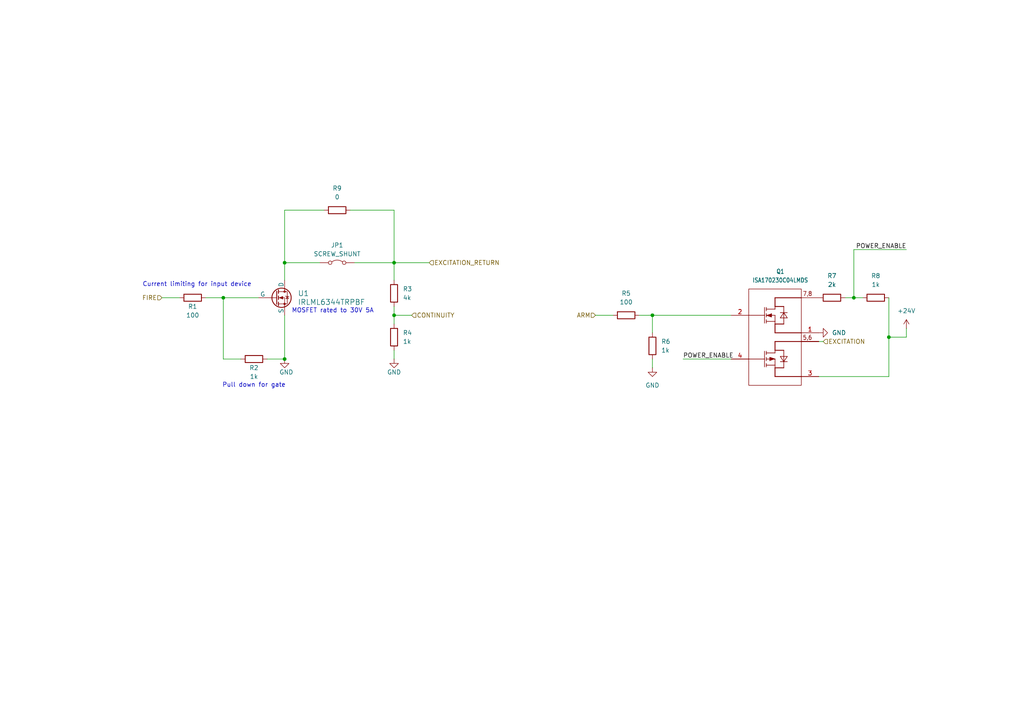
<source format=kicad_sch>
(kicad_sch (version 20250114) (generator "eeschema") (generator_version "9.0")
  (paper "A4")
  (lib_symbols
    (symbol "Device:R" (pin_numbers (hide yes)) (pin_names (offset 0))
      (property "Reference" "R" (at 2.032 0 90))
      (property "Value" "R" (at 0 0 90))
      (symbol "R_0_1"
        (rectangle (start -1.016 -2.54) (end 1.016 2.54) (stroke (width 0.254)))
      )
      (symbol "R_1_1"
        (pin passive line (at 0 3.81 270) (length 1.27) (name "~") (number "1"))
        (pin passive line (at 0 -3.81 90) (length 1.27) (name "~") (number "2"))
      )
    )
    (symbol "Jumper:Jumper_2_Bridged" (pin_numbers (hide yes)) (pin_names (offset 0) (hide yes))
      (property "Reference" "JP" (at 0 1.905 0))
      (property "Value" "Jumper_2_Bridged" (at 0 -2.54 0))
      (symbol "Jumper_2_Bridged_0_0"
        (circle (center -2.032 0) (radius 0.508))
        (circle (center 2.032 0) (radius 0.508))
      )
      (symbol "Jumper_2_Bridged_0_1"
        (arc (start -1.524 0.254) (mid 0 0.762) (end 1.524 0.254))
      )
      (symbol "Jumper_2_Bridged_1_1"
        (pin passive line (at -5.08 0 0) (length 2.54) (name "A") (number "1"))
        (pin passive line (at 5.08 0 180) (length 2.54) (name "B") (number "2"))
      )
    )
    (symbol "Simulation_SPICE:NMOS" (pin_numbers (hide yes)) (pin_names (offset 0))
      (property "Reference" "Q" (at 5.08 1.27 0))
      (property "Value" "NMOS" (at 5.08 -1.27 0))
      (symbol "NMOS_0_1"
        (polyline (pts (xy 0.254 1.905) (xy 0.254 -1.905)) (stroke (width 0.254)))
        (polyline (pts (xy 0.254 0) (xy -2.54 0)))
        (polyline (pts (xy 0.762 2.286) (xy 0.762 1.27)) (stroke (width 0.254)))
        (polyline (pts (xy 0.762 0.508) (xy 0.762 -0.508)) (stroke (width 0.254)))
        (polyline (pts (xy 0.762 -1.27) (xy 0.762 -2.286)) (stroke (width 0.254)))
        (polyline (pts (xy 0.762 -1.778) (xy 3.302 -1.778) (xy 3.302 1.778) (xy 0.762 1.778)))
        (polyline (pts (xy 1.016 0) (xy 2.032 0.381) (xy 2.032 -0.381) (xy 1.016 0)) (fill (type outline)))
        (circle (center 1.651 0) (radius 2.794) (stroke (width 0.254)))
        (polyline (pts (xy 2.54 2.54) (xy 2.54 1.778)))
        (circle (center 2.54 1.778) (radius 0.254) (fill (type outline)))
        (circle (center 2.54 -1.778) (radius 0.254) (fill (type outline)))
        (polyline (pts (xy 2.54 -2.54) (xy 2.54 0) (xy 0.762 0)))
        (polyline (pts (xy 2.794 0.508) (xy 2.921 0.381) (xy 3.683 0.381) (xy 3.81 0.254)))
        (polyline (pts (xy 3.302 0.381) (xy 2.921 -0.254) (xy 3.683 -0.254) (xy 3.302 0.381)))
      )
      (symbol "NMOS_1_1"
        (pin input line (at -5.08 0 0) (length 2.54) (name "G") (number "2"))
        (pin passive line (at 2.54 5.08 270) (length 2.54) (name "D") (number "1"))
        (pin passive line (at 2.54 -5.08 90) (length 2.54) (name "S") (number "3"))
      )
    )
    (symbol "avi_lib:ISA170230C04LMDS"
      (property "Reference" "Q?" (at 0 0.635 0))
      (property "Value" "ISA170230C04LMDS" (at 0 -29.845 0))
      (symbol "ISA170230C04LMDS_0_1"
        (rectangle (start 0 0) (end 15.24 -27.94))
      )
      (symbol "ISA170230C04LMDS_1_0"
        (polyline (pts (xy 4.572 -5.334) (xy 4.572 -7.62)) (stroke (width 0.1778)))
        (polyline (pts (xy 4.572 -7.62) (xy 0 -7.62)) (stroke (width 0.1778)))
        (polyline (pts (xy 4.572 -7.62) (xy 4.572 -9.906)) (stroke (width 0.1778)))
        (polyline (pts (xy 4.572 -18.034) (xy 4.572 -20.32)) (stroke (width 0.1778)))
        (polyline (pts (xy 4.572 -20.32) (xy 0 -20.32)) (stroke (width 0.1778)))
        (polyline (pts (xy 4.572 -20.32) (xy 4.572 -22.606)) (stroke (width 0.1778)))
        (polyline (pts (xy 5.08 -5.334) (xy 5.08 -5.842)) (stroke (width 0.1778)))
        (polyline (pts (xy 5.08 -5.842) (xy 5.08 -6.35)) (stroke (width 0.1778)))
        (polyline (pts (xy 5.08 -5.842) (xy 7.62 -5.842)) (stroke (width 0.1778)))
        (polyline (pts (xy 5.08 -7.112) (xy 5.08 -7.62)) (stroke (width 0.1778)))
        (polyline (pts (xy 5.08 -7.62) (xy 5.08 -8.128)) (stroke (width 0.1778)))
        (polyline (pts (xy 5.08 -7.62) (xy 7.62 -7.62)) (stroke (width 0.1778)))
        (polyline (pts (xy 5.08 -7.62) (xy 6.604 -8.128) (xy 6.604 -7.112)) (stroke (width 0.1778)) (fill (type outline)))
        (polyline (pts (xy 5.08 -8.89) (xy 5.08 -9.398)) (stroke (width 0.1778)))
        (polyline (pts (xy 5.08 -9.398) (xy 5.08 -9.906)) (stroke (width 0.1778)))
        (polyline (pts (xy 5.08 -9.398) (xy 7.62 -9.398)) (stroke (width 0.1778)))
        (polyline (pts (xy 5.08 -18.034) (xy 5.08 -18.542)) (stroke (width 0.1778)))
        (polyline (pts (xy 5.08 -18.542) (xy 5.08 -19.05)) (stroke (width 0.1778)))
        (polyline (pts (xy 5.08 -18.542) (xy 7.62 -18.542)) (stroke (width 0.1778)))
        (polyline (pts (xy 5.08 -19.812) (xy 5.08 -20.32)) (stroke (width 0.1778)))
        (polyline (pts (xy 5.08 -20.32) (xy 5.08 -20.828)) (stroke (width 0.1778)))
        (polyline (pts (xy 5.08 -20.32) (xy 7.62 -20.32)) (stroke (width 0.1778)))
        (polyline (pts (xy 5.08 -21.59) (xy 5.08 -22.098)) (stroke (width 0.1778)))
        (polyline (pts (xy 5.08 -22.098) (xy 5.08 -22.606)) (stroke (width 0.1778)))
        (polyline (pts (xy 5.08 -22.098) (xy 7.62 -22.098)) (stroke (width 0.1778)))
        (polyline (pts (xy 7.62 -2.54) (xy 15.24 -2.54)) (stroke (width 0.254)))
        (polyline (pts (xy 7.62 -5.08) (xy 7.62 -2.54)) (stroke (width 0.254)))
        (polyline (pts (xy 7.62 -5.08) (xy 10.16 -5.08)) (stroke (width 0.254)))
        (polyline (pts (xy 7.62 -5.842) (xy 7.62 -5.08)) (stroke (width 0.1778)))
        (polyline (pts (xy 7.62 -7.62) (xy 7.62 -9.398)) (stroke (width 0.1778)))
        (polyline (pts (xy 7.62 -9.398) (xy 7.62 -10.16)) (stroke (width 0.1778)))
        (polyline (pts (xy 7.62 -10.16) (xy 7.62 -12.7)) (stroke (width 0.254)))
        (polyline (pts (xy 7.62 -10.16) (xy 10.16 -10.16)) (stroke (width 0.254)))
        (polyline (pts (xy 7.62 -12.7) (xy 15.24 -12.7)) (stroke (width 0.254)))
        (polyline (pts (xy 7.62 -15.24) (xy 15.24 -15.24)) (stroke (width 0.254)))
        (polyline (pts (xy 7.62 -17.78) (xy 7.62 -15.24)) (stroke (width 0.254)))
        (polyline (pts (xy 7.62 -17.78) (xy 10.16 -17.78)) (stroke (width 0.254)))
        (polyline (pts (xy 7.62 -18.542) (xy 7.62 -17.78)) (stroke (width 0.1778)))
        (polyline (pts (xy 7.62 -20.32) (xy 7.62 -22.098)) (stroke (width 0.1778)))
        (polyline (pts (xy 7.62 -20.32) (xy 6.096 -19.812) (xy 6.096 -20.828)) (stroke (width 0.1778)) (fill (type outline)))
        (polyline (pts (xy 7.62 -22.098) (xy 7.62 -22.86)) (stroke (width 0.1778)))
        (polyline (pts (xy 7.62 -22.86) (xy 7.62 -25.4)) (stroke (width 0.254)))
        (polyline (pts (xy 7.62 -22.86) (xy 10.16 -22.86)) (stroke (width 0.254)))
        (polyline (pts (xy 7.62 -25.4) (xy 15.24 -25.4)) (stroke (width 0.254)))
        (polyline (pts (xy 9.144 -6.858) (xy 10.16 -6.858)) (stroke (width 0.1778)))
        (polyline (pts (xy 9.144 -8.382) (xy 11.176 -8.382)) (stroke (width 0.1778)))
        (polyline (pts (xy 9.144 -19.558) (xy 10.16 -21.082)) (stroke (width 0.1778)))
        (polyline (pts (xy 10.16 -5.08) (xy 10.16 -6.858)) (stroke (width 0.1778)))
        (polyline (pts (xy 10.16 -6.858) (xy 9.144 -8.382)) (stroke (width 0.1778)))
        (polyline (pts (xy 10.16 -6.858) (xy 10.16 -10.16)) (stroke (width 0.1778)))
        (polyline (pts (xy 10.16 -6.858) (xy 11.176 -6.858)) (stroke (width 0.1778)))
        (polyline (pts (xy 10.16 -21.082) (xy 9.144 -21.082)) (stroke (width 0.1778)))
        (polyline (pts (xy 10.16 -21.082) (xy 10.16 -17.78)) (stroke (width 0.1778)))
        (polyline (pts (xy 10.16 -21.082) (xy 11.176 -19.558)) (stroke (width 0.1778)))
        (polyline (pts (xy 10.16 -22.86) (xy 10.16 -21.082)) (stroke (width 0.1778)))
        (polyline (pts (xy 11.176 -8.382) (xy 10.16 -6.858)) (stroke (width 0.1778)))
        (polyline (pts (xy 11.176 -19.558) (xy 9.144 -19.558)) (stroke (width 0.1778)))
        (polyline (pts (xy 11.176 -21.082) (xy 10.16 -21.082)) (stroke (width 0.1778)))
        (text "7,8" (at 18.415 -0.635 0) (effects (font (size 1.27 1.0795)) (justify right top)))
        (text "5,6" (at 18.415 -13.335 0) (effects (font (size 1.27 1.0795)) (justify right top)))
        (pin passive line (at -5.08 -7.62 0) (length 5.08) (name "2") (number "2"))
        (pin passive line (at -5.08 -20.32 0) (length 5.08) (name "4") (number "4"))
        (pin passive line (at 20.32 -2.54 180) (length 5.08) (name "7") (number "7"))
        (pin passive line (at 20.32 -2.54 180) (length 5.08) (name "8") (number "8"))
        (pin passive line (at 20.32 -12.7 180) (length 5.08) (name "1") (number "1"))
        (pin passive line (at 20.32 -15.24 180) (length 5.08) (name "5") (number "5"))
        (pin passive line (at 20.32 -15.24 180) (length 5.08) (name "6") (number "6"))
        (pin passive line (at 20.32 -25.4 180) (length 5.08) (name "3") (number "3"))
      )
    )
    (symbol "power:+24V" (power) (pin_numbers (hide yes)) (pin_names (offset 0) (hide yes))
      (property "Value" "+24V" (at 0 3.556 0))
      (symbol "+24V_0_1"
        (polyline (pts (xy -0.762 1.27) (xy 0 2.54)))
        (polyline (pts (xy 0 2.54) (xy 0.762 1.27)))
        (polyline (pts (xy 0 0) (xy 0 2.54)))
      )
      (symbol "+24V_1_1"
        (pin power_in line (at 0 0 90) (length 0) (name "~") (number "1"))
      )
    )
    (symbol "power:GND" (power) (pin_numbers (hide yes)) (pin_names (offset 0) (hide yes))
      (property "Value" "GND" (at 0 -3.81 0))
      (symbol "GND_0_1"
        (polyline (pts (xy 0 0) (xy 0 -1.27) (xy 1.27 -1.27) (xy 0 -2.54) (xy -1.27 -1.27) (xy 0 -1.27)))
      )
      (symbol "GND_1_1"
        (pin power_in line (at 0 0 270) (length 0) (name "~") (number "1"))
      )
    )
  )
  (text "Current limiting for input device" (at 57.15 82.55 0) (effects (font (size 1.27 1.27))))
  (text "Pull down for gate" (at 73.66 111.76 0) (effects (font (size 1.27 1.27))))
  (text "MOSFET rated to 30V 5A" (at 96.52 90.17 0) (effects (font (size 1.27 1.27))))
  (junction (at 114.3 76.2))
  (junction (at 257.81 97.79))
  (junction (at 189.23 91.44))
  (junction (at 114.3 91.44))
  (junction (at 64.77 86.36))
  (junction (at 82.55 104.14))
  (junction (at 247.65 86.36))
  (junction (at 82.55 76.2))
  (wire (pts (xy 119.38 91.44) (xy 114.3 91.44)))
  (wire (pts (xy 257.81 97.79) (xy 257.81 109.22)))
  (wire (pts (xy 59.69 86.36) (xy 64.77 86.36)))
  (wire (pts (xy 114.3 104.14) (xy 114.3 101.6)))
  (wire (pts (xy 189.23 91.44) (xy 212.09 91.44)))
  (wire (pts (xy 185.42 91.44) (xy 189.23 91.44)))
  (wire (pts (xy 189.23 106.68) (xy 189.23 104.14)))
  (wire (pts (xy 257.81 109.22) (xy 237.49 109.22)))
  (wire (pts (xy 92.71 76.2) (xy 82.55 76.2)))
  (wire (pts (xy 114.3 88.9) (xy 114.3 91.44)))
  (wire (pts (xy 262.89 95.25) (xy 262.89 97.79)))
  (wire (pts (xy 262.89 97.79) (xy 257.81 97.79)))
  (wire (pts (xy 82.55 60.96) (xy 93.98 60.96)))
  (wire (pts (xy 257.81 86.36) (xy 257.81 97.79)))
  (wire (pts (xy 238.76 99.06) (xy 237.49 99.06)))
  (wire (pts (xy 124.46 76.2) (xy 114.3 76.2)))
  (wire (pts (xy 114.3 81.28) (xy 114.3 76.2)))
  (wire (pts (xy 64.77 86.36) (xy 74.93 86.36)))
  (wire (pts (xy 247.65 72.39) (xy 262.89 72.39)))
  (wire (pts (xy 247.65 86.36) (xy 250.19 86.36)))
  (wire (pts (xy 82.55 91.44) (xy 82.55 104.14)))
  (wire (pts (xy 189.23 96.52) (xy 189.23 91.44)))
  (wire (pts (xy 101.6 60.96) (xy 114.3 60.96)))
  (wire (pts (xy 114.3 60.96) (xy 114.3 76.2)))
  (wire (pts (xy 82.55 76.2) (xy 82.55 81.28)))
  (wire (pts (xy 114.3 76.2) (xy 102.87 76.2)))
  (wire (pts (xy 46.99 86.36) (xy 52.07 86.36)))
  (wire (pts (xy 172.72 91.44) (xy 177.8 91.44)))
  (wire (pts (xy 82.55 76.2) (xy 82.55 60.96)))
  (wire (pts (xy 245.11 86.36) (xy 247.65 86.36)))
  (wire (pts (xy 69.85 104.14) (xy 64.77 104.14)))
  (wire (pts (xy 64.77 104.14) (xy 64.77 86.36)))
  (wire (pts (xy 198.12 104.14) (xy 212.09 104.14)))
  (wire (pts (xy 114.3 91.44) (xy 114.3 93.98)))
  (wire (pts (xy 247.65 72.39) (xy 247.65 86.36)))
  (wire (pts (xy 77.47 104.14) (xy 82.55 104.14)))
  (label "POWER_ENABLE" (at 262.89 72.39 180))
  (label "POWER_ENABLE" (at 198.12 104.14 0))
  (hierarchical_label "EXCITATION_RETURN" (shape input) (at 124.46 76.2 0))
  (hierarchical_label "CONTINUITY" (shape input) (at 119.38 91.44 0))
  (hierarchical_label "EXCITATION" (shape input) (at 238.76 99.06 0))
  (hierarchical_label "ARM" (shape input) (at 172.72 91.44 180))
  (hierarchical_label "FIRE" (shape input) (at 46.99 86.36 180))
  (symbol (lib_id "Device:R") (at 114.3 85.09 0) (unit 1)
    (property "Reference" "R3" (at 116.84 83.8199 0) (effects (justify left)))
    (property "Value" "4k" (at 116.84 86.3599 0) (effects (justify left)))
    (property "Footprint" "Resistor_SMD:R_0603_1608Metric" (effects (hide yes)))
    (property "Description" "Resistor" (effects (hide yes)))
  )
  (symbol (lib_id "Device:R") (at 97.79 60.96 270) (unit 1)
    (property "Reference" "R9" (at 97.79 54.61 90))
    (property "Value" "0" (at 97.79 57.15 90))
    (property "Footprint" "Capacitor_SMD:C_0805_2012Metric_Pad1.18x1.45mm_HandSolder" (effects (hide yes)))
    (property "Description" "Resistor" (effects (hide yes)))
  )
  (symbol (lib_id "Device:R") (at 55.88 86.36 90) (unit 1)
    (property "Reference" "R1" (at 55.88 88.9 90))
    (property "Value" "100" (at 55.88 91.44 90))
    (property "Footprint" "Resistor_SMD:R_0603_1608Metric" (effects (hide yes)))
    (property "Description" "Resistor" (effects (hide yes)))
    (property "DIGIKEY PART N" "541-100HCT-ND" (effects (hide yes)))
  )
  (symbol (lib_id "Device:R") (at 189.23 100.33 0) (unit 1)
    (property "Reference" "R6" (at 191.77 99.0599 0) (effects (justify left)))
    (property "Value" "1k" (at 191.77 101.5999 0) (effects (justify left)))
    (property "Footprint" "Resistor_SMD:R_0603_1608Metric" (effects (hide yes)))
    (property "Description" "Resistor" (effects (hide yes)))
  )
  (symbol (lib_id "Simulation_SPICE:NMOS") (at 80.01 86.36 0) (unit 1)
    (property "Reference" "U1" (at 86.36 85.0899 0) (effects (font (size 1.524 1.524)) (justify left)))
    (property "Value" "IRLML6344TRPBF" (at 86.36 87.6299 0) (effects (font (size 1.524 1.524)) (justify left)))
    (property "Footprint" "Package_TO_SOT_SMD:SOT-23" (effects (hide yes)))
    (property "Datasheet" "https://ngspice.sourceforge.io/docs/ngspice-html-manual/manual.xhtml#cha_MOSFETs" (effects (hide yes)))
    (property "Description" "N-MOSFET transistor, drain/source/gate" (effects (hide yes)))
    (property "Sim.Device" "NMOS" (effects (hide yes)))
    (property "Sim.Type" "VDMOS" (effects (hide yes)))
    (property "Sim.Pins" "1=D 2=G 3=S" (effects (hide yes)))
    (property "DIGIKEY PART N" "IRLML6344TRPBFCT-ND" (effects (hide yes)))
  )
  (symbol (lib_id "Device:R") (at 254 86.36 90) (unit 1)
    (property "Reference" "R8" (at 254 80.01 90))
    (property "Value" "1k" (at 254 82.55 90))
    (property "Footprint" "Resistor_SMD:R_0603_1608Metric" (effects (hide yes)))
    (property "Description" "Resistor" (effects (hide yes)))
  )
  (symbol (lib_id "Device:R") (at 114.3 97.79 0) (unit 1)
    (property "Reference" "R4" (at 116.84 96.5199 0) (effects (justify left)))
    (property "Value" "1k" (at 116.84 99.0599 0) (effects (justify left)))
    (property "Footprint" "Resistor_SMD:R_0603_1608Metric" (effects (hide yes)))
    (property "Description" "Resistor" (effects (hide yes)))
    (property "DIGIKEY PART N" "YAG1237CT-ND" (effects (hide yes)))
  )
  (symbol (lib_id "Device:R") (at 181.61 91.44 90) (unit 1)
    (property "Reference" "R5" (at 181.61 85.09 90))
    (property "Value" "100" (at 181.61 87.63 90))
    (property "Footprint" "Resistor_SMD:R_0603_1608Metric" (effects (hide yes)))
    (property "Description" "Resistor" (effects (hide yes)))
  )
  (symbol (lib_id "power:GND") (at 82.55 104.14 0) (unit 1)
    (property "Reference" "#PWR01" (effects (hide yes)))
    (property "Value" "GND" (at 85.09 107.95 0) (effects (justify right)))
    (property "Description" "Power symbol creates a global label with name \"GND\" , ground" (effects (hide yes)))
  )
  (symbol (lib_id "Device:R") (at 241.3 86.36 90) (unit 1)
    (property "Reference" "R7" (at 241.3 80.01 90))
    (property "Value" "2k" (at 241.3 82.55 90))
    (property "Footprint" "Resistor_SMD:R_0603_1608Metric" (effects (hide yes)))
    (property "Description" "Resistor" (effects (hide yes)))
  )
  (symbol (lib_id "Device:R") (at 73.66 104.14 90) (unit 1)
    (property "Reference" "R2" (at 73.66 106.68 90))
    (property "Value" "1k" (at 73.66 109.22 90))
    (property "Footprint" "Resistor_SMD:R_0603_1608Metric" (effects (hide yes)))
    (property "Description" "Resistor" (effects (hide yes)))
  )
  (symbol (lib_id "power:GND") (at 114.3 104.14 0) (unit 1)
    (property "Reference" "#PWR02" (effects (hide yes)))
    (property "Value" "GND" (at 114.3 107.95 0))
    (property "Description" "Power symbol creates a global label with name \"GND\" , ground" (effects (hide yes)))
  )
  (symbol (lib_id "power:+24V") (at 262.89 95.25 0) (unit 1)
    (property "Reference" "#PWR05" (effects (hide yes)))
    (property "Value" "+24V" (at 262.89 90.17 0))
    (property "Description" "Power symbol creates a global label with name \"+24V\"" (effects (hide yes)))
  )
  (symbol (lib_id "power:GND") (at 237.49 96.52 90) (unit 1)
    (property "Reference" "#PWR04" (effects (hide yes)))
    (property "Value" "GND" (at 241.3 96.5199 90) (effects (justify right)))
    (property "Description" "Power symbol creates a global label with name \"GND\" , ground" (effects (hide yes)))
  )
  (symbol (lib_id "avi_lib:ISA170230C04LMDS") (at 217.17 83.82 0) (unit 1)
    (property "Reference" "Q1" (at 226.333 78.74 0) (effects (font (size 1.27 1.0795))))
    (property "Value" "ISA170230C04LMDS" (at 226.333 81.28 0) (effects (font (size 1.27 1.0795))))
    (property "Footprint" "avi_lib:PG-DSO-8-920-V" (effects (hide yes)))
    (property "Datasheet" "https://www.infineon.com/assets/row/public/documents/24/49/infineon-isa170230c04lmds-datasheet-en.pdf" (effects (hide yes)))
    (property "Description" "SIPMOS Small-Signal Dual N and P Channel Enhancement Transistor" (effects (hide yes)))
    (property "DIGIKEY PART N" "448-ISA170230C04LMDSXTMA1CT-ND" (effects (hide yes)))
  )
  (symbol (lib_id "power:GND") (at 189.23 106.68 0) (unit 1)
    (property "Reference" "#PWR03" (effects (hide yes)))
    (property "Value" "GND" (at 189.23 111.76 0))
    (property "Description" "Power symbol creates a global label with name \"GND\" , ground" (effects (hide yes)))
  )
  (symbol (lib_id "Jumper:Jumper_2_Bridged") (at 97.79 76.2 0) (unit 1)
    (property "Reference" "JP1" (at 97.79 71.12 0))
    (property "Value" "SCREW_SHUNT" (at 97.79 73.66 0))
    (property "Footprint" "avi_lib:Screw_Shunt" (effects (hide yes)))
    (property "Description" "Jumper, 2-pole, closed/bridged" (effects (hide yes)))
  )
)
</source>
